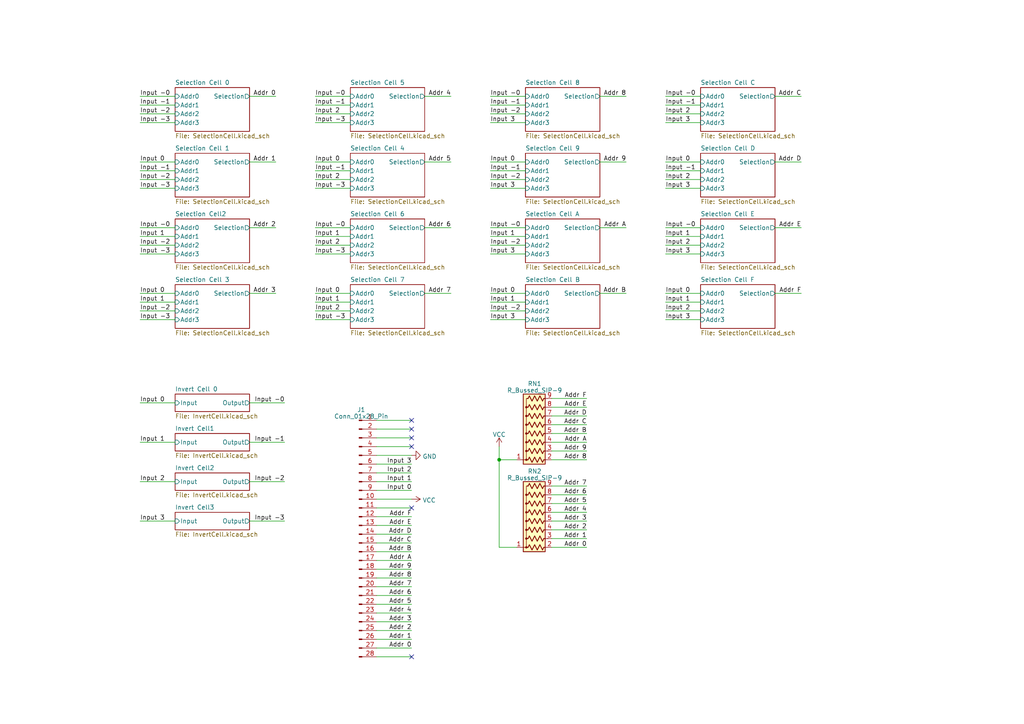
<source format=kicad_sch>
(kicad_sch (version 20230121) (generator eeschema)
  (paper "A4")
  (title_block (title "Diode Transistor Logic - 4 to 16 Address Decoder") (date "2023-03-08") (rev "1") (company "Out-of-Band Development") (comment 1 "Matthew Whited"))
  (lib_symbols
    (symbol "Connector:Conn_01x28_Pin" (pin_names (offset 1.016) hide)
      (property "Reference" "J" (at 0 35.56 0))
      (property "Value" "Conn_01x28_Pin" (at 0 -38.1 0))
      (symbol "Conn_01x28_Pin_1_1"
        (polyline (pts (xy 1.27 -35.56) (xy 0.8636 -35.56)) (stroke (width 0.1524)))
        (polyline (pts (xy 1.27 -33.02) (xy 0.8636 -33.02)) (stroke (width 0.1524)))
        (polyline (pts (xy 1.27 -30.48) (xy 0.8636 -30.48)) (stroke (width 0.1524)))
        (polyline (pts (xy 1.27 -27.94) (xy 0.8636 -27.94)) (stroke (width 0.1524)))
        (polyline (pts (xy 1.27 -25.4) (xy 0.8636 -25.4)) (stroke (width 0.1524)))
        (polyline (pts (xy 1.27 -22.86) (xy 0.8636 -22.86)) (stroke (width 0.1524)))
        (polyline (pts (xy 1.27 -20.32) (xy 0.8636 -20.32)) (stroke (width 0.1524)))
        (polyline (pts (xy 1.27 -17.78) (xy 0.8636 -17.78)) (stroke (width 0.1524)))
        (polyline (pts (xy 1.27 -15.24) (xy 0.8636 -15.24)) (stroke (width 0.1524)))
        (polyline (pts (xy 1.27 -12.7) (xy 0.8636 -12.7)) (stroke (width 0.1524)))
        (polyline (pts (xy 1.27 -10.16) (xy 0.8636 -10.16)) (stroke (width 0.1524)))
        (polyline (pts (xy 1.27 -7.62) (xy 0.8636 -7.62)) (stroke (width 0.1524)))
        (polyline (pts (xy 1.27 -5.08) (xy 0.8636 -5.08)) (stroke (width 0.1524)))
        (polyline (pts (xy 1.27 -2.54) (xy 0.8636 -2.54)) (stroke (width 0.1524)))
        (polyline (pts (xy 1.27 0) (xy 0.8636 0)) (stroke (width 0.1524)))
        (polyline (pts (xy 1.27 2.54) (xy 0.8636 2.54)) (stroke (width 0.1524)))
        (polyline (pts (xy 1.27 5.08) (xy 0.8636 5.08)) (stroke (width 0.1524)))
        (polyline (pts (xy 1.27 7.62) (xy 0.8636 7.62)) (stroke (width 0.1524)))
        (polyline (pts (xy 1.27 10.16) (xy 0.8636 10.16)) (stroke (width 0.1524)))
        (polyline (pts (xy 1.27 12.7) (xy 0.8636 12.7)) (stroke (width 0.1524)))
        (polyline (pts (xy 1.27 15.24) (xy 0.8636 15.24)) (stroke (width 0.1524)))
        (polyline (pts (xy 1.27 17.78) (xy 0.8636 17.78)) (stroke (width 0.1524)))
        (polyline (pts (xy 1.27 20.32) (xy 0.8636 20.32)) (stroke (width 0.1524)))
        (polyline (pts (xy 1.27 22.86) (xy 0.8636 22.86)) (stroke (width 0.1524)))
        (polyline (pts (xy 1.27 25.4) (xy 0.8636 25.4)) (stroke (width 0.1524)))
        (polyline (pts (xy 1.27 27.94) (xy 0.8636 27.94)) (stroke (width 0.1524)))
        (polyline (pts (xy 1.27 30.48) (xy 0.8636 30.48)) (stroke (width 0.1524)))
        (polyline (pts (xy 1.27 33.02) (xy 0.8636 33.02)) (stroke (width 0.1524)))
        (rectangle (start 0.8636 -35.433) (end 0 -35.687) (stroke (width 0.1524)) (fill (type outline)))
        (rectangle (start 0.8636 -32.893) (end 0 -33.147) (stroke (width 0.1524)) (fill (type outline)))
        (rectangle (start 0.8636 -30.353) (end 0 -30.607) (stroke (width 0.1524)) (fill (type outline)))
        (rectangle (start 0.8636 -27.813) (end 0 -28.067) (stroke (width 0.1524)) (fill (type outline)))
        (rectangle (start 0.8636 -25.273) (end 0 -25.527) (stroke (width 0.1524)) (fill (type outline)))
        (rectangle (start 0.8636 -22.733) (end 0 -22.987) (stroke (width 0.1524)) (fill (type outline)))
        (rectangle (start 0.8636 -20.193) (end 0 -20.447) (stroke (width 0.1524)) (fill (type outline)))
        (rectangle (start 0.8636 -17.653) (end 0 -17.907) (stroke (width 0.1524)) (fill (type outline)))
        (rectangle (start 0.8636 -15.113) (end 0 -15.367) (stroke (width 0.1524)) (fill (type outline)))
        (rectangle (start 0.8636 -12.573) (end 0 -12.827) (stroke (width 0.1524)) (fill (type outline)))
        (rectangle (start 0.8636 -10.033) (end 0 -10.287) (stroke (width 0.1524)) (fill (type outline)))
        (rectangle (start 0.8636 -7.493) (end 0 -7.747) (stroke (width 0.1524)) (fill (type outline)))
        (rectangle (start 0.8636 -4.953) (end 0 -5.207) (stroke (width 0.1524)) (fill (type outline)))
        (rectangle (start 0.8636 -2.413) (end 0 -2.667) (stroke (width 0.1524)) (fill (type outline)))
        (rectangle (start 0.8636 0.127) (end 0 -0.127) (stroke (width 0.1524)) (fill (type outline)))
        (rectangle (start 0.8636 2.667) (end 0 2.413) (stroke (width 0.1524)) (fill (type outline)))
        (rectangle (start 0.8636 5.207) (end 0 4.953) (stroke (width 0.1524)) (fill (type outline)))
        (rectangle (start 0.8636 7.747) (end 0 7.493) (stroke (width 0.1524)) (fill (type outline)))
        (rectangle (start 0.8636 10.287) (end 0 10.033) (stroke (width 0.1524)) (fill (type outline)))
        (rectangle (start 0.8636 12.827) (end 0 12.573) (stroke (width 0.1524)) (fill (type outline)))
        (rectangle (start 0.8636 15.367) (end 0 15.113) (stroke (width 0.1524)) (fill (type outline)))
        (rectangle (start 0.8636 17.907) (end 0 17.653) (stroke (width 0.1524)) (fill (type outline)))
        (rectangle (start 0.8636 20.447) (end 0 20.193) (stroke (width 0.1524)) (fill (type outline)))
        (rectangle (start 0.8636 22.987) (end 0 22.733) (stroke (width 0.1524)) (fill (type outline)))
        (rectangle (start 0.8636 25.527) (end 0 25.273) (stroke (width 0.1524)) (fill (type outline)))
        (rectangle (start 0.8636 28.067) (end 0 27.813) (stroke (width 0.1524)) (fill (type outline)))
        (rectangle (start 0.8636 30.607) (end 0 30.353) (stroke (width 0.1524)) (fill (type outline)))
        (rectangle (start 0.8636 33.147) (end 0 32.893) (stroke (width 0.1524)) (fill (type outline)))
        (pin passive line (at 5.08 33.02 180) (length 3.81) (name "Pin_1") (number "1"))
        (pin passive line (at 5.08 10.16 180) (length 3.81) (name "Pin_10") (number "10"))
        (pin passive line (at 5.08 7.62 180) (length 3.81) (name "Pin_11") (number "11"))
        (pin passive line (at 5.08 5.08 180) (length 3.81) (name "Pin_12") (number "12"))
        (pin passive line (at 5.08 2.54 180) (length 3.81) (name "Pin_13") (number "13"))
        (pin passive line (at 5.08 0 180) (length 3.81) (name "Pin_14") (number "14"))
        (pin passive line (at 5.08 -2.54 180) (length 3.81) (name "Pin_15") (number "15"))
        (pin passive line (at 5.08 -5.08 180) (length 3.81) (name "Pin_16") (number "16"))
        (pin passive line (at 5.08 -7.62 180) (length 3.81) (name "Pin_17") (number "17"))
        (pin passive line (at 5.08 -10.16 180) (length 3.81) (name "Pin_18") (number "18"))
        (pin passive line (at 5.08 -12.7 180) (length 3.81) (name "Pin_19") (number "19"))
        (pin passive line (at 5.08 30.48 180) (length 3.81) (name "Pin_2") (number "2"))
        (pin passive line (at 5.08 -15.24 180) (length 3.81) (name "Pin_20") (number "20"))
        (pin passive line (at 5.08 -17.78 180) (length 3.81) (name "Pin_21") (number "21"))
        (pin passive line (at 5.08 -20.32 180) (length 3.81) (name "Pin_22") (number "22"))
        (pin passive line (at 5.08 -22.86 180) (length 3.81) (name "Pin_23") (number "23"))
        (pin passive line (at 5.08 -25.4 180) (length 3.81) (name "Pin_24") (number "24"))
        (pin passive line (at 5.08 -27.94 180) (length 3.81) (name "Pin_25") (number "25"))
        (pin passive line (at 5.08 -30.48 180) (length 3.81) (name "Pin_26") (number "26"))
        (pin passive line (at 5.08 -33.02 180) (length 3.81) (name "Pin_27") (number "27"))
        (pin passive line (at 5.08 -35.56 180) (length 3.81) (name "Pin_28") (number "28"))
        (pin passive line (at 5.08 27.94 180) (length 3.81) (name "Pin_3") (number "3"))
        (pin passive line (at 5.08 25.4 180) (length 3.81) (name "Pin_4") (number "4"))
        (pin passive line (at 5.08 22.86 180) (length 3.81) (name "Pin_5") (number "5"))
        (pin passive line (at 5.08 20.32 180) (length 3.81) (name "Pin_6") (number "6"))
        (pin passive line (at 5.08 17.78 180) (length 3.81) (name "Pin_7") (number "7"))
        (pin passive line (at 5.08 15.24 180) (length 3.81) (name "Pin_8") (number "8"))
        (pin passive line (at 5.08 12.7 180) (length 3.81) (name "Pin_9") (number "9"))
      )
    )
    (symbol "PCM_Resistor_US_AKL:R_Bussed_SIP-9" (pin_names (offset 0.002) hide)
      (property "Reference" "RN" (at 10.16 1.27 0))
      (property "Value" "R_Bussed_SIP-9" (at 10.16 -1.27 0))
      (symbol "R_Bussed_SIP-9_0_1"
        (rectangle (start -11.43 -3.175) (end 8.89 3.175) (stroke (width 0.254)) (fill (type background)))
        (circle (center -10.16 2.286) (radius 0.254) (fill (type outline)))
        (circle (center -7.62 2.286) (radius 0.254) (fill (type outline)))
        (circle (center -5.08 2.286) (radius 0.254) (fill (type outline)))
        (circle (center -2.54 2.286) (radius 0.254) (fill (type outline)))
        (polyline (pts (xy -10.16 -2.794) (xy -10.16 -3.81)))
        (polyline (pts (xy -10.16 -2.794) (xy -10.16 -3.048)) (stroke (width 0.254)))
        (polyline (pts (xy -10.16 1.778) (xy -10.16 2.032)) (stroke (width 0.254)))
        (polyline (pts (xy -10.16 3.81) (xy -10.16 2.54)))
        (polyline (pts (xy -7.62 -2.794) (xy -7.62 -4.064)))
        (polyline (pts (xy -7.62 -2.794) (xy -7.62 -3.048)) (stroke (width 0.254)))
        (polyline (pts (xy -7.62 1.778) (xy -7.62 2.032)) (stroke (width 0.254)))
        (polyline (pts (xy -5.08 -2.794) (xy -5.08 -3.81)))
        (polyline (pts (xy -5.08 -2.794) (xy -5.08 -3.048)) (stroke (width 0.254)))
        (polyline (pts (xy -5.08 1.778) (xy -5.08 2.032)) (stroke (width 0.254)))
        (polyline (pts (xy -2.54 -2.794) (xy -2.54 -3.81)))
        (polyline (pts (xy -2.54 -2.794) (xy -2.54 -3.048)) (stroke (width 0.254)))
        (polyline (pts (xy -2.54 1.778) (xy -2.54 2.032)) (stroke (width 0.254)))
        (polyline (pts (xy 0 -2.794) (xy 0 -3.81)))
        (polyline (pts (xy 0 -2.794) (xy 0 -3.048)) (stroke (width 0.254)))
        (polyline (pts (xy 0 1.778) (xy 0 2.032)) (stroke (width 0.254)))
        (polyline (pts (xy 2.54 -2.794) (xy 2.54 -3.81)))
        (polyline (pts (xy 2.54 -2.794) (xy 2.54 -3.048)) (stroke (width 0.254)))
        (polyline (pts (xy 2.54 1.778) (xy 2.54 2.032)) (stroke (width 0.254)))
        (polyline (pts (xy 5.08 -2.794) (xy 5.08 -3.81)))
        (polyline (pts (xy 5.08 -2.794) (xy 5.08 -3.048)) (stroke (width 0.254)))
        (polyline (pts (xy 5.08 1.778) (xy 5.08 2.032)) (stroke (width 0.254)))
        (polyline (pts (xy 7.62 -2.794) (xy 7.62 -3.81)))
        (polyline (pts (xy 7.62 -2.794) (xy 7.62 -3.048)) (stroke (width 0.254)))
        (polyline (pts (xy 7.62 1.778) (xy 7.62 2.032)) (stroke (width 0.254)))
        (polyline (pts (xy -10.16 1.778) (xy -10.16 2.286) (xy -7.62 2.286) (xy -7.62 1.778)))
        (polyline (pts (xy -7.62 1.778) (xy -7.62 2.286) (xy -5.08 2.286) (xy -5.08 1.778)))
        (polyline (pts (xy -5.08 1.778) (xy -5.08 2.286) (xy -2.54 2.286) (xy -2.54 1.778)))
        (polyline (pts (xy -2.54 1.778) (xy -2.54 2.286) (xy 0 2.286) (xy 0 1.778)))
        (polyline (pts (xy 0 1.778) (xy 0 2.286) (xy 2.54 2.286) (xy 2.54 1.778)))
        (polyline (pts (xy 2.54 1.778) (xy 2.54 2.286) (xy 5.08 2.286) (xy 5.08 1.778)))
        (polyline (pts (xy 5.08 1.778) (xy 5.08 2.286) (xy 7.62 2.286) (xy 7.62 1.778)))
        (polyline (pts (xy -10.16 1.778) (xy -9.398 1.397) (xy -10.922 0.635) (xy -10.16 0.254) (xy -9.398 -0.127) (xy -10.16 -0.508) (xy -10.922 -0.889) (xy -10.16 -1.27) (xy -9.398 -1.651) (xy -10.16 -2.032) (xy -10.922 -2.413) (xy -10.16 -2.794)) (stroke (width 0.254)))
        (polyline (pts (xy -7.62 1.778) (xy -6.858 1.397) (xy -8.382 0.635) (xy -7.62 0.254) (xy -6.858 -0.127) (xy -7.62 -0.508) (xy -8.382 -0.889) (xy -7.62 -1.27) (xy -6.858 -1.651) (xy -7.62 -2.032) (xy -8.382 -2.413) (xy -7.62 -2.794)) (stroke (width 0.254)))
        (polyline (pts (xy -5.08 1.778) (xy -4.318 1.397) (xy -5.842 0.635) (xy -5.08 0.254) (xy -4.318 -0.127) (xy -5.08 -0.508) (xy -5.842 -0.889) (xy -5.08 -1.27) (xy -4.318 -1.651) (xy -5.08 -2.032) (xy -5.842 -2.413) (xy -5.08 -2.794)) (stroke (width 0.254)))
        (polyline (pts (xy -2.54 1.778) (xy -1.778 1.397) (xy -3.302 0.635) (xy -2.54 0.254) (xy -1.778 -0.127) (xy -2.54 -0.508) (xy -3.302 -0.889) (xy -2.54 -1.27) (xy -1.778 -1.651) (xy -2.54 -2.032) (xy -3.302 -2.413) (xy -2.54 -2.794)) (stroke (width 0.254)))
        (polyline (pts (xy 0 1.778) (xy 0.762 1.397) (xy -0.762 0.635) (xy 0 0.254) (xy 0.762 -0.127) (xy 0 -0.508) (xy -0.762 -0.889) (xy 0 -1.27) (xy 0.762 -1.651) (xy 0 -2.032) (xy -0.762 -2.413) (xy 0 -2.794)) (stroke (width 0.254)))
        (polyline (pts (xy 2.54 1.778) (xy 3.302 1.397) (xy 1.778 0.635) (xy 2.54 0.254) (xy 3.302 -0.127) (xy 2.54 -0.508) (xy 1.778 -0.889) (xy 2.54 -1.27) (xy 3.302 -1.651) (xy 2.54 -2.032) (xy 1.778 -2.413) (xy 2.54 -2.794)) (stroke (width 0.254)))
        (polyline (pts (xy 5.08 1.778) (xy 5.842 1.397) (xy 4.318 0.635) (xy 5.08 0.254) (xy 5.842 -0.127) (xy 5.08 -0.508) (xy 4.318 -0.889) (xy 5.08 -1.27) (xy 5.842 -1.651) (xy 5.08 -2.032) (xy 4.318 -2.413) (xy 5.08 -2.794)) (stroke (width 0.254)))
        (polyline (pts (xy 7.62 1.778) (xy 8.382 1.397) (xy 6.858 0.635) (xy 7.62 0.254) (xy 8.382 -0.127) (xy 7.62 -0.508) (xy 6.858 -0.889) (xy 7.62 -1.27) (xy 8.382 -1.651) (xy 7.62 -2.032) (xy 6.858 -2.413) (xy 7.62 -2.794)) (stroke (width 0.254)))
        (circle (center 0 2.286) (radius 0.254) (fill (type outline)))
        (circle (center 2.54 2.286) (radius 0.254) (fill (type outline)))
        (circle (center 5.08 2.286) (radius 0.254) (fill (type outline)))
      )
      (symbol "R_Bussed_SIP-9_1_1"
        (pin passive line (at -10.16 5.08 270) (length 1.27) (name "common") (number "1"))
        (pin passive line (at -10.16 -5.08 90) (length 1.27) (name "R1") (number "2"))
        (pin passive line (at -7.62 -5.08 90) (length 1.27) (name "R2") (number "3"))
        (pin passive line (at -5.08 -5.08 90) (length 1.27) (name "R3") (number "4"))
        (pin passive line (at -2.54 -5.08 90) (length 1.27) (name "R4") (number "5"))
        (pin passive line (at 0 -5.08 90) (length 1.27) (name "R5") (number "6"))
        (pin passive line (at 2.54 -5.08 90) (length 1.27) (name "R6") (number "7"))
        (pin passive line (at 5.08 -5.08 90) (length 1.27) (name "R7") (number "8"))
        (pin passive line (at 7.62 -5.08 90) (length 1.27) (name "R8") (number "9"))
      )
    )
    (symbol "power:GND" (power) (pin_names (offset 0))
      (property "Value" "GND" (at 0 -3.81 0))
      (symbol "GND_0_1"
        (polyline (pts (xy 0 0) (xy 0 -1.27) (xy 1.27 -1.27) (xy 0 -2.54) (xy -1.27 -1.27) (xy 0 -1.27)))
      )
      (symbol "GND_1_1"
        (pin power_in line (at 0 0 270) (length 0) hide (name "GND") (number "1"))
      )
    )
    (symbol "power:VCC" (power) (pin_names (offset 0))
      (property "Value" "VCC" (at 0 3.81 0))
      (symbol "VCC_0_1"
        (polyline (pts (xy -0.762 1.27) (xy 0 2.54)))
        (polyline (pts (xy 0 0) (xy 0 2.54)))
        (polyline (pts (xy 0 2.54) (xy 0.762 1.27)))
      )
      (symbol "VCC_1_1"
        (pin power_in line (at 0 0 90) (length 0) hide (name "VCC") (number "1"))
      )
    )
  )
  (junction (at 144.78 133.35))
  (no_connect (at 119.38 147.32))
  (no_connect (at 119.38 121.92))
  (no_connect (at 119.38 190.5))
  (no_connect (at 119.38 124.46))
  (no_connect (at 119.38 127))
  (no_connect (at 119.38 129.54))
  (wire (pts (xy 109.22 165.1) (xy 119.38 165.1)))
  (wire (pts (xy 193.04 54.61) (xy 203.2 54.61)))
  (wire (pts (xy 119.38 139.7) (xy 109.22 139.7)))
  (wire (pts (xy 142.24 68.58) (xy 152.4 68.58)))
  (wire (pts (xy 142.24 35.56) (xy 152.4 35.56)))
  (wire (pts (xy 160.02 123.19) (xy 170.18 123.19)))
  (wire (pts (xy 149.86 158.75) (xy 144.78 158.75)))
  (wire (pts (xy 109.22 167.64) (xy 119.38 167.64)))
  (wire (pts (xy 109.22 180.34) (xy 119.38 180.34)))
  (wire (pts (xy 193.04 85.09) (xy 203.2 85.09)))
  (wire (pts (xy 160.02 115.57) (xy 170.18 115.57)))
  (wire (pts (xy 193.04 49.53) (xy 203.2 49.53)))
  (wire (pts (xy 109.22 177.8) (xy 119.38 177.8)))
  (wire (pts (xy 123.19 66.04) (xy 130.81 66.04)))
  (wire (pts (xy 142.24 85.09) (xy 152.4 85.09)))
  (wire (pts (xy 193.04 66.04) (xy 203.2 66.04)))
  (wire (pts (xy 193.04 30.48) (xy 203.2 30.48)))
  (wire (pts (xy 91.44 85.09) (xy 101.6 85.09)))
  (wire (pts (xy 224.79 66.04) (xy 232.41 66.04)))
  (wire (pts (xy 40.64 54.61) (xy 50.8 54.61)))
  (wire (pts (xy 160.02 118.11) (xy 170.18 118.11)))
  (wire (pts (xy 193.04 68.58) (xy 203.2 68.58)))
  (wire (pts (xy 40.64 33.02) (xy 50.8 33.02)))
  (wire (pts (xy 72.39 139.7) (xy 82.55 139.7)))
  (wire (pts (xy 224.79 46.99) (xy 232.41 46.99)))
  (wire (pts (xy 40.64 71.12) (xy 50.8 71.12)))
  (wire (pts (xy 91.44 68.58) (xy 101.6 68.58)))
  (wire (pts (xy 109.22 152.4) (xy 119.38 152.4)))
  (wire (pts (xy 109.22 172.72) (xy 119.38 172.72)))
  (wire (pts (xy 142.24 90.17) (xy 152.4 90.17)))
  (wire (pts (xy 91.44 30.48) (xy 101.6 30.48)))
  (wire (pts (xy 160.02 130.81) (xy 170.18 130.81)))
  (wire (pts (xy 160.02 125.73) (xy 170.18 125.73)))
  (wire (pts (xy 40.64 66.04) (xy 50.8 66.04)))
  (wire (pts (xy 91.44 71.12) (xy 101.6 71.12)))
  (wire (pts (xy 109.22 154.94) (xy 119.38 154.94)))
  (wire (pts (xy 160.02 148.59) (xy 170.18 148.59)))
  (wire (pts (xy 142.24 46.99) (xy 152.4 46.99)))
  (wire (pts (xy 193.04 71.12) (xy 203.2 71.12)))
  (wire (pts (xy 144.78 133.35) (xy 144.78 129.54)))
  (wire (pts (xy 160.02 156.21) (xy 170.18 156.21)))
  (wire (pts (xy 193.04 46.99) (xy 203.2 46.99)))
  (wire (pts (xy 109.22 157.48) (xy 119.38 157.48)))
  (wire (pts (xy 109.22 175.26) (xy 119.38 175.26)))
  (wire (pts (xy 160.02 128.27) (xy 170.18 128.27)))
  (wire (pts (xy 173.99 27.94) (xy 181.61 27.94)))
  (wire (pts (xy 142.24 92.71) (xy 152.4 92.71)))
  (wire (pts (xy 40.64 90.17) (xy 50.8 90.17)))
  (wire (pts (xy 173.99 85.09) (xy 181.61 85.09)))
  (wire (pts (xy 91.44 35.56) (xy 101.6 35.56)))
  (wire (pts (xy 109.22 127) (xy 119.38 127)))
  (wire (pts (xy 91.44 27.94) (xy 101.6 27.94)))
  (wire (pts (xy 160.02 151.13) (xy 170.18 151.13)))
  (wire (pts (xy 144.78 158.75) (xy 144.78 133.35)))
  (wire (pts (xy 109.22 144.78) (xy 119.38 144.78)))
  (wire (pts (xy 109.22 121.92) (xy 119.38 121.92)))
  (wire (pts (xy 142.24 73.66) (xy 152.4 73.66)))
  (wire (pts (xy 40.64 87.63) (xy 50.8 87.63)))
  (wire (pts (xy 109.22 190.5) (xy 119.38 190.5)))
  (wire (pts (xy 109.22 170.18) (xy 119.38 170.18)))
  (wire (pts (xy 109.22 185.42) (xy 119.38 185.42)))
  (wire (pts (xy 91.44 52.07) (xy 101.6 52.07)))
  (wire (pts (xy 160.02 146.05) (xy 170.18 146.05)))
  (wire (pts (xy 40.64 27.94) (xy 50.8 27.94)))
  (wire (pts (xy 173.99 66.04) (xy 181.61 66.04)))
  (wire (pts (xy 72.39 46.99) (xy 80.01 46.99)))
  (wire (pts (xy 91.44 73.66) (xy 101.6 73.66)))
  (wire (pts (xy 119.38 137.16) (xy 109.22 137.16)))
  (wire (pts (xy 72.39 151.13) (xy 82.55 151.13)))
  (wire (pts (xy 40.64 116.84) (xy 50.8 116.84)))
  (wire (pts (xy 142.24 71.12) (xy 152.4 71.12)))
  (wire (pts (xy 193.04 27.94) (xy 203.2 27.94)))
  (wire (pts (xy 91.44 87.63) (xy 101.6 87.63)))
  (wire (pts (xy 91.44 90.17) (xy 101.6 90.17)))
  (wire (pts (xy 160.02 120.65) (xy 170.18 120.65)))
  (wire (pts (xy 160.02 158.75) (xy 170.18 158.75)))
  (wire (pts (xy 72.39 116.84) (xy 82.55 116.84)))
  (wire (pts (xy 40.64 92.71) (xy 50.8 92.71)))
  (wire (pts (xy 40.64 52.07) (xy 50.8 52.07)))
  (wire (pts (xy 149.86 133.35) (xy 144.78 133.35)))
  (wire (pts (xy 142.24 66.04) (xy 152.4 66.04)))
  (wire (pts (xy 142.24 52.07) (xy 152.4 52.07)))
  (wire (pts (xy 193.04 73.66) (xy 203.2 73.66)))
  (wire (pts (xy 40.64 85.09) (xy 50.8 85.09)))
  (wire (pts (xy 91.44 46.99) (xy 101.6 46.99)))
  (wire (pts (xy 193.04 33.02) (xy 203.2 33.02)))
  (wire (pts (xy 40.64 46.99) (xy 50.8 46.99)))
  (wire (pts (xy 160.02 143.51) (xy 170.18 143.51)))
  (wire (pts (xy 91.44 92.71) (xy 101.6 92.71)))
  (wire (pts (xy 40.64 49.53) (xy 50.8 49.53)))
  (wire (pts (xy 224.79 27.94) (xy 232.41 27.94)))
  (wire (pts (xy 123.19 85.09) (xy 130.81 85.09)))
  (wire (pts (xy 109.22 160.02) (xy 119.38 160.02)))
  (wire (pts (xy 109.22 129.54) (xy 119.38 129.54)))
  (wire (pts (xy 224.79 85.09) (xy 232.41 85.09)))
  (wire (pts (xy 40.64 35.56) (xy 50.8 35.56)))
  (wire (pts (xy 72.39 27.94) (xy 80.01 27.94)))
  (wire (pts (xy 40.64 139.7) (xy 50.8 139.7)))
  (wire (pts (xy 193.04 35.56) (xy 203.2 35.56)))
  (wire (pts (xy 109.22 132.08) (xy 119.38 132.08)))
  (wire (pts (xy 40.64 68.58) (xy 50.8 68.58)))
  (wire (pts (xy 40.64 128.27) (xy 50.8 128.27)))
  (wire (pts (xy 193.04 87.63) (xy 203.2 87.63)))
  (wire (pts (xy 193.04 90.17) (xy 203.2 90.17)))
  (wire (pts (xy 40.64 30.48) (xy 50.8 30.48)))
  (wire (pts (xy 193.04 52.07) (xy 203.2 52.07)))
  (wire (pts (xy 109.22 187.96) (xy 119.38 187.96)))
  (wire (pts (xy 119.38 142.24) (xy 109.22 142.24)))
  (wire (pts (xy 160.02 140.97) (xy 170.18 140.97)))
  (wire (pts (xy 109.22 149.86) (xy 119.38 149.86)))
  (wire (pts (xy 142.24 27.94) (xy 152.4 27.94)))
  (wire (pts (xy 109.22 147.32) (xy 119.38 147.32)))
  (wire (pts (xy 142.24 30.48) (xy 152.4 30.48)))
  (wire (pts (xy 160.02 133.35) (xy 170.18 133.35)))
  (wire (pts (xy 91.44 66.04) (xy 101.6 66.04)))
  (wire (pts (xy 72.39 66.04) (xy 80.01 66.04)))
  (wire (pts (xy 173.99 46.99) (xy 181.61 46.99)))
  (wire (pts (xy 72.39 128.27) (xy 82.55 128.27)))
  (wire (pts (xy 142.24 87.63) (xy 152.4 87.63)))
  (wire (pts (xy 142.24 49.53) (xy 152.4 49.53)))
  (wire (pts (xy 91.44 54.61) (xy 101.6 54.61)))
  (wire (pts (xy 119.38 134.62) (xy 109.22 134.62)))
  (wire (pts (xy 142.24 54.61) (xy 152.4 54.61)))
  (wire (pts (xy 109.22 182.88) (xy 119.38 182.88)))
  (wire (pts (xy 123.19 27.94) (xy 130.81 27.94)))
  (wire (pts (xy 72.39 85.09) (xy 80.01 85.09)))
  (wire (pts (xy 40.64 151.13) (xy 50.8 151.13)))
  (wire (pts (xy 160.02 153.67) (xy 170.18 153.67)))
  (wire (pts (xy 91.44 33.02) (xy 101.6 33.02)))
  (wire (pts (xy 91.44 49.53) (xy 101.6 49.53)))
  (wire (pts (xy 142.24 33.02) (xy 152.4 33.02)))
  (wire (pts (xy 123.19 46.99) (xy 130.81 46.99)))
  (wire (pts (xy 193.04 92.71) (xy 203.2 92.71)))
  (wire (pts (xy 109.22 162.56) (xy 119.38 162.56)))
  (wire (pts (xy 109.22 124.46) (xy 119.38 124.46)))
  (wire (pts (xy 40.64 73.66) (xy 50.8 73.66)))
  (label "Input -2" (at 142.24 52.07 0))
  (label "Addr 2" (at 170.18 153.67 180))
  (label "Input -0" (at 82.55 116.84 180))
  (label "Input -2" (at 40.64 71.12 0))
  (label "Input 1" (at 40.64 87.63 0))
  (label "Input 2" (at 193.04 90.17 0))
  (label "Input 1" (at 119.38 139.7 180))
  (label "Input -0" (at 142.24 27.94 0))
  (label "Input 2" (at 40.64 139.7 0))
  (label "Input 0" (at 91.44 46.99 0))
  (label "Input 1" (at 142.24 87.63 0))
  (label "Input 1" (at 193.04 68.58 0))
  (label "Input 0" (at 142.24 85.09 0))
  (label "Input 1" (at 91.44 87.63 0))
  (label "Input 1" (at 142.24 68.58 0))
  (label "Input 2" (at 91.44 52.07 0))
  (label "Input 3" (at 40.64 151.13 0))
  (label "Addr 0" (at 119.38 187.96 180))
  (label "Addr 7" (at 119.38 170.18 180))
  (label "Input -3" (at 40.64 35.56 0))
  (label "Addr 3" (at 119.38 180.34 180))
  (label "Addr F" (at 232.41 85.09 180))
  (label "Input 0" (at 40.64 46.99 0))
  (label "Input -0" (at 40.64 27.94 0))
  (label "Addr D" (at 232.41 46.99 180))
  (label "Input 1" (at 40.64 68.58 0))
  (label "Input 2" (at 193.04 33.02 0))
  (label "Input -0" (at 40.64 66.04 0))
  (label "Addr 9" (at 119.38 165.1 180))
  (label "Input -1" (at 142.24 30.48 0))
  (label "Input -2" (at 40.64 52.07 0))
  (label "Input -0" (at 193.04 66.04 0))
  (label "Input -1" (at 40.64 30.48 0))
  (label "Input 2" (at 91.44 71.12 0))
  (label "Addr 4" (at 130.81 27.94 180))
  (label "Addr 0" (at 80.01 27.94 180))
  (label "Input -3" (at 91.44 54.61 0))
  (label "Addr B" (at 170.18 125.73 180))
  (label "Input -3" (at 91.44 92.71 0))
  (label "Addr C" (at 119.38 157.48 180))
  (label "Addr 3" (at 80.01 85.09 180))
  (label "Addr E" (at 232.41 66.04 180))
  (label "Addr 5" (at 119.38 175.26 180))
  (label "Input -3" (at 91.44 35.56 0))
  (label "Input 1" (at 193.04 87.63 0))
  (label "Addr 1" (at 119.38 185.42 180))
  (label "Addr F" (at 119.38 149.86 180))
  (label "Input 0" (at 193.04 85.09 0))
  (label "Input -2" (at 142.24 90.17 0))
  (label "Addr C" (at 232.41 27.94 180))
  (label "Addr F" (at 170.18 115.57 180))
  (label "Input -3" (at 91.44 73.66 0))
  (label "Input -2" (at 142.24 71.12 0))
  (label "Addr 3" (at 170.18 151.13 180))
  (label "Addr 1" (at 80.01 46.99 180))
  (label "Input 0" (at 40.64 116.84 0))
  (label "Input -3" (at 40.64 54.61 0))
  (label "Addr 8" (at 170.18 133.35 180))
  (label "Addr 2" (at 80.01 66.04 180))
  (label "Input 2" (at 91.44 90.17 0))
  (label "Addr E" (at 119.38 152.4 180))
  (label "Addr 5" (at 170.18 146.05 180))
  (label "Input 3" (at 193.04 54.61 0))
  (label "Addr E" (at 170.18 118.11 180))
  (label "Addr D" (at 170.18 120.65 180))
  (label "Input -3" (at 40.64 92.71 0))
  (label "Addr 4" (at 170.18 148.59 180))
  (label "Input 3" (at 119.38 134.62 180))
  (label "Input 1" (at 40.64 128.27 0))
  (label "Addr 6" (at 119.38 172.72 180))
  (label "Input 3" (at 193.04 35.56 0))
  (label "Input -1" (at 82.55 128.27 180))
  (label "Addr A" (at 170.18 128.27 180))
  (label "Addr 5" (at 130.81 46.99 180))
  (label "Input 3" (at 142.24 73.66 0))
  (label "Addr 6" (at 170.18 143.51 180))
  (label "Input 3" (at 193.04 73.66 0))
  (label "Addr A" (at 181.61 66.04 180))
  (label "Addr 8" (at 119.38 167.64 180))
  (label "Input 3" (at 142.24 35.56 0))
  (label "Addr A" (at 119.38 162.56 180))
  (label "Input -3" (at 82.55 151.13 180))
  (label "Addr 1" (at 170.18 156.21 180))
  (label "Addr 6" (at 130.81 66.04 180))
  (label "Input 0" (at 40.64 85.09 0))
  (label "Input 3" (at 193.04 92.71 0))
  (label "Addr B" (at 119.38 160.02 180))
  (label "Input -0" (at 91.44 27.94 0))
  (label "Input -2" (at 40.64 33.02 0))
  (label "Addr 7" (at 170.18 140.97 180))
  (label "Input -0" (at 193.04 27.94 0))
  (label "Input 2" (at 193.04 71.12 0))
  (label "Addr B" (at 181.61 85.09 180))
  (label "Addr 2" (at 119.38 182.88 180))
  (label "Addr 0" (at 170.18 158.75 180))
  (label "Input -1" (at 193.04 30.48 0))
  (label "Input -2" (at 142.24 33.02 0))
  (label "Input 2" (at 91.44 33.02 0))
  (label "Input -1" (at 91.44 30.48 0))
  (label "Input -0" (at 142.24 66.04 0))
  (label "Addr 4" (at 119.38 177.8 180))
  (label "Input 1" (at 91.44 68.58 0))
  (label "Input -3" (at 40.64 73.66 0))
  (label "Input -1" (at 193.04 49.53 0))
  (label "Input -1" (at 142.24 49.53 0))
  (label "Input -2" (at 40.64 90.17 0))
  (label "Addr 7" (at 130.81 85.09 180))
  (label "Input -1" (at 40.64 49.53 0))
  (label "Input -2" (at 82.55 139.7 180))
  (label "Input 3" (at 142.24 54.61 0))
  (label "Input 2" (at 193.04 52.07 0))
  (label "Input 3" (at 142.24 92.71 0))
  (label "Addr 9" (at 170.18 130.81 180))
  (label "Addr 9" (at 181.61 46.99 180))
  (label "Input 0" (at 193.04 46.99 0))
  (label "Addr D" (at 119.38 154.94 180))
  (label "Addr C" (at 170.18 123.19 180))
  (label "Input 0" (at 119.38 142.24 180))
  (label "Input 0" (at 91.44 85.09 0))
  (label "Input 0" (at 142.24 46.99 0))
  (label "Input 2" (at 119.38 137.16 180))
  (label "Addr 8" (at 181.61 27.94 180))
  (label "Input -1" (at 91.44 49.53 0))
  (label "Input -0" (at 91.44 66.04 0))
  (symbol (lib_id "PCM_Resistor_US_AKL:R_Bussed_SIP-9") (at 154.94 123.19 90) (unit 1)
    (property "Reference" "RN1" (at 155.067 111.2901 90))
    (property "Value" "R_Bussed_SIP-9" (at 155.067 113.2111 90))
    (property "Footprint" "Resistor_THT_US_AKL:R_Array_SIP9_BigPads" (effects hide))
  )
  (symbol (lib_id "power:VCC") (at 144.78 129.54 0) (unit 1)
    (property "Reference" "#PWR011" (effects hide))
    (property "Value" "VCC" (at 144.78 126.0381 0))
  )
  (symbol (lib_id "power:VCC") (at 119.38 144.78 270) (unit 1)
    (property "Reference" "#PWR09" (effects hide))
    (property "Value" "VCC" (at 122.555 145.0968 90) (effects (justify left)))
  )
  (symbol (lib_id "PCM_Resistor_US_AKL:R_Bussed_SIP-9") (at 154.94 148.59 90) (unit 1)
    (property "Reference" "RN2" (at 155.067 136.6901 90))
    (property "Value" "R_Bussed_SIP-9" (at 155.067 138.6111 90))
    (property "Footprint" "Resistor_THT_US_AKL:R_Array_SIP9_BigPads" (effects hide))
  )
  (symbol (lib_id "power:GND") (at 119.38 132.08 90) (unit 1)
    (property "Reference" "#PWR010" (effects hide))
    (property "Value" "GND" (at 122.555 132.3968 90) (effects (justify right)))
  )
  (symbol (lib_id "Connector:Conn_01x28_Pin") (at 104.14 154.94 0) (unit 1)
    (property "Reference" "J1" (at 104.775 118.8339 0))
    (property "Value" "Conn_01x28_Pin" (at 104.775 120.7549 0))
  )
  (sheet (at 50.8 114.3) (size 21.59 5.08) (stroke (width 0.1524))
    (property "Sheetname" "Invert Cell 0" (at 50.8 113.5884 0) (effects (justify left bottom)))
    (property "Sheetfile" "InvertCell.kicad_sch" (at 50.8 119.9646 0) (effects (justify left top)))
    (pin "Output" output (at 72.39 116.84 0))
    (pin "Input" input (at 50.8 116.84 180))
  )
  (sheet (at 152.4 82.55) (size 21.59 12.7) (stroke (width 0.1524))
    (property "Sheetname" "Selection Cell B" (at 152.4 81.8384 0) (effects (justify left bottom)))
    (property "Sheetfile" "SelectionCell.kicad_sch" (at 152.4 95.8346 0) (effects (justify left top)))
    (pin "Selection" output (at 173.99 85.09 0))
    (pin "Addr0" input (at 152.4 85.09 180))
    (pin "Addr1" input (at 152.4 87.63 180))
    (pin "Addr2" input (at 152.4 90.17 180))
    (pin "Addr3" input (at 152.4 92.71 180))
  )
  (sheet (at 50.8 63.5) (size 21.59 12.7) (stroke (width 0.1524))
    (property "Sheetname" "Selection Cell2" (at 50.8 62.7884 0) (effects (justify left bottom)))
    (property "Sheetfile" "SelectionCell.kicad_sch" (at 50.8 76.7846 0) (effects (justify left top)))
    (pin "Selection" output (at 72.39 66.04 0))
    (pin "Addr0" input (at 50.8 66.04 180))
    (pin "Addr1" input (at 50.8 68.58 180))
    (pin "Addr2" input (at 50.8 71.12 180))
    (pin "Addr3" input (at 50.8 73.66 180))
  )
  (sheet (at 101.6 82.55) (size 21.59 12.7) (stroke (width 0.1524))
    (property "Sheetname" "Selection Cell 7" (at 101.6 81.8384 0) (effects (justify left bottom)))
    (property "Sheetfile" "SelectionCell.kicad_sch" (at 101.6 95.8346 0) (effects (justify left top)))
    (pin "Selection" output (at 123.19 85.09 0))
    (pin "Addr0" input (at 101.6 85.09 180))
    (pin "Addr1" input (at 101.6 87.63 180))
    (pin "Addr2" input (at 101.6 90.17 180))
    (pin "Addr3" input (at 101.6 92.71 180))
  )
  (sheet (at 50.8 82.55) (size 21.59 12.7) (stroke (width 0.1524))
    (property "Sheetname" "Selection Cell 3" (at 50.8 81.8384 0) (effects (justify left bottom)))
    (property "Sheetfile" "SelectionCell.kicad_sch" (at 50.8 95.8346 0) (effects (justify left top)))
    (pin "Selection" output (at 72.39 85.09 0))
    (pin "Addr0" input (at 50.8 85.09 180))
    (pin "Addr1" input (at 50.8 87.63 180))
    (pin "Addr2" input (at 50.8 90.17 180))
    (pin "Addr3" input (at 50.8 92.71 180))
  )
  (sheet (at 50.8 44.45) (size 21.59 12.7) (stroke (width 0.1524))
    (property "Sheetname" "Selection Cell 1" (at 50.8 43.7384 0) (effects (justify left bottom)))
    (property "Sheetfile" "SelectionCell.kicad_sch" (at 50.8 57.7346 0) (effects (justify left top)))
    (pin "Selection" output (at 72.39 46.99 0))
    (pin "Addr0" input (at 50.8 46.99 180))
    (pin "Addr1" input (at 50.8 49.53 180))
    (pin "Addr2" input (at 50.8 52.07 180))
    (pin "Addr3" input (at 50.8 54.61 180))
  )
  (sheet (at 152.4 63.5) (size 21.59 12.7) (stroke (width 0.1524))
    (property "Sheetname" "Selection Cell A" (at 152.4 62.7884 0) (effects (justify left bottom)))
    (property "Sheetfile" "SelectionCell.kicad_sch" (at 152.4 76.7846 0) (effects (justify left top)))
    (pin "Selection" output (at 173.99 66.04 0))
    (pin "Addr0" input (at 152.4 66.04 180))
    (pin "Addr1" input (at 152.4 68.58 180))
    (pin "Addr2" input (at 152.4 71.12 180))
    (pin "Addr3" input (at 152.4 73.66 180))
  )
  (sheet (at 152.4 44.45) (size 21.59 12.7) (stroke (width 0.1524))
    (property "Sheetname" "Selection Cell 9" (at 152.4 43.7384 0) (effects (justify left bottom)))
    (property "Sheetfile" "SelectionCell.kicad_sch" (at 152.4 57.7346 0) (effects (justify left top)))
    (pin "Selection" output (at 173.99 46.99 0))
    (pin "Addr0" input (at 152.4 46.99 180))
    (pin "Addr1" input (at 152.4 49.53 180))
    (pin "Addr2" input (at 152.4 52.07 180))
    (pin "Addr3" input (at 152.4 54.61 180))
  )
  (sheet (at 101.6 44.45) (size 21.59 12.7) (stroke (width 0.1524))
    (property "Sheetname" "Selection Cell 4" (at 101.6 43.7384 0) (effects (justify left bottom)))
    (property "Sheetfile" "SelectionCell.kicad_sch" (at 101.6 57.7346 0) (effects (justify left top)))
    (pin "Selection" output (at 123.19 46.99 0))
    (pin "Addr0" input (at 101.6 46.99 180))
    (pin "Addr1" input (at 101.6 49.53 180))
    (pin "Addr2" input (at 101.6 52.07 180))
    (pin "Addr3" input (at 101.6 54.61 180))
  )
  (sheet (at 203.2 25.4) (size 21.59 12.7) (stroke (width 0.1524))
    (property "Sheetname" "Selection Cell C" (at 203.2 24.6884 0) (effects (justify left bottom)))
    (property "Sheetfile" "SelectionCell.kicad_sch" (at 203.2 38.6846 0) (effects (justify left top)))
    (pin "Selection" output (at 224.79 27.94 0))
    (pin "Addr0" input (at 203.2 27.94 180))
    (pin "Addr1" input (at 203.2 30.48 180))
    (pin "Addr2" input (at 203.2 33.02 180))
    (pin "Addr3" input (at 203.2 35.56 180))
  )
  (sheet (at 50.8 137.16) (size 21.59 5.08) (stroke (width 0.1524))
    (property "Sheetname" "Invert Cell2" (at 50.8 136.4484 0) (effects (justify left bottom)))
    (property "Sheetfile" "InvertCell.kicad_sch" (at 50.8 142.8246 0) (effects (justify left top)))
    (pin "Output" output (at 72.39 139.7 0))
    (pin "Input" input (at 50.8 139.7 180))
  )
  (sheet (at 203.2 44.45) (size 21.59 12.7) (stroke (width 0.1524))
    (property "Sheetname" "Selection Cell D" (at 203.2 43.7384 0) (effects (justify left bottom)))
    (property "Sheetfile" "SelectionCell.kicad_sch" (at 203.2 57.7346 0) (effects (justify left top)))
    (pin "Selection" output (at 224.79 46.99 0))
    (pin "Addr0" input (at 203.2 46.99 180))
    (pin "Addr1" input (at 203.2 49.53 180))
    (pin "Addr2" input (at 203.2 52.07 180))
    (pin "Addr3" input (at 203.2 54.61 180))
  )
  (sheet (at 50.8 25.4) (size 21.59 12.7) (stroke (width 0.1524))
    (property "Sheetname" "Selection Cell 0" (at 50.8 24.6884 0) (effects (justify left bottom)))
    (property "Sheetfile" "SelectionCell.kicad_sch" (at 50.8 38.6846 0) (effects (justify left top)))
    (pin "Selection" output (at 72.39 27.94 0))
    (pin "Addr0" input (at 50.8 27.94 180))
    (pin "Addr1" input (at 50.8 30.48 180))
    (pin "Addr2" input (at 50.8 33.02 180))
    (pin "Addr3" input (at 50.8 35.56 180))
  )
  (sheet (at 50.8 148.59) (size 21.59 5.08) (stroke (width 0.1524))
    (property "Sheetname" "Invert Cell3" (at 50.8 147.8784 0) (effects (justify left bottom)))
    (property "Sheetfile" "InvertCell.kicad_sch" (at 50.8 154.2546 0) (effects (justify left top)))
    (pin "Output" output (at 72.39 151.13 0))
    (pin "Input" input (at 50.8 151.13 180))
  )
  (sheet (at 50.8 125.73) (size 21.59 5.08) (stroke (width 0.1524))
    (property "Sheetname" "Invert Cell1" (at 50.8 125.0184 0) (effects (justify left bottom)))
    (property "Sheetfile" "InvertCell.kicad_sch" (at 50.8 131.3946 0) (effects (justify left top)))
    (pin "Output" output (at 72.39 128.27 0))
    (pin "Input" input (at 50.8 128.27 180))
  )
  (sheet (at 203.2 63.5) (size 21.59 12.7) (stroke (width 0.1524))
    (property "Sheetname" "Selection Cell E" (at 203.2 62.7884 0) (effects (justify left bottom)))
    (property "Sheetfile" "SelectionCell.kicad_sch" (at 203.2 76.7846 0) (effects (justify left top)))
    (pin "Selection" output (at 224.79 66.04 0))
    (pin "Addr0" input (at 203.2 66.04 180))
    (pin "Addr1" input (at 203.2 68.58 180))
    (pin "Addr2" input (at 203.2 71.12 180))
    (pin "Addr3" input (at 203.2 73.66 180))
  )
  (sheet (at 101.6 63.5) (size 21.59 12.7) (stroke (width 0.1524))
    (property "Sheetname" "Selection Cell 6" (at 101.6 62.7884 0) (effects (justify left bottom)))
    (property "Sheetfile" "SelectionCell.kicad_sch" (at 101.6 76.7846 0) (effects (justify left top)))
    (pin "Selection" output (at 123.19 66.04 0))
    (pin "Addr0" input (at 101.6 66.04 180))
    (pin "Addr1" input (at 101.6 68.58 180))
    (pin "Addr2" input (at 101.6 71.12 180))
    (pin "Addr3" input (at 101.6 73.66 180))
  )
  (sheet (at 101.6 25.4) (size 21.59 12.7) (stroke (width 0.1524))
    (property "Sheetname" "Selection Cell 5" (at 101.6 24.6884 0) (effects (justify left bottom)))
    (property "Sheetfile" "SelectionCell.kicad_sch" (at 101.6 38.6846 0) (effects (justify left top)))
    (pin "Selection" output (at 123.19 27.94 0))
    (pin "Addr0" input (at 101.6 27.94 180))
    (pin "Addr1" input (at 101.6 30.48 180))
    (pin "Addr2" input (at 101.6 33.02 180))
    (pin "Addr3" input (at 101.6 35.56 180))
  )
  (sheet (at 152.4 25.4) (size 21.59 12.7) (stroke (width 0.1524))
    (property "Sheetname" "Selection Cell 8" (at 152.4 24.6884 0) (effects (justify left bottom)))
    (property "Sheetfile" "SelectionCell.kicad_sch" (at 152.4 38.6846 0) (effects (justify left top)))
    (pin "Selection" output (at 173.99 27.94 0))
    (pin "Addr0" input (at 152.4 27.94 180))
    (pin "Addr1" input (at 152.4 30.48 180))
    (pin "Addr2" input (at 152.4 33.02 180))
    (pin "Addr3" input (at 152.4 35.56 180))
  )
  (sheet (at 203.2 82.55) (size 21.59 12.7) (stroke (width 0.1524))
    (property "Sheetname" "Selection Cell F" (at 203.2 81.8384 0) (effects (justify left bottom)))
    (property "Sheetfile" "SelectionCell.kicad_sch" (at 203.2 95.8346 0) (effects (justify left top)))
    (pin "Selection" output (at 224.79 85.09 0))
    (pin "Addr0" input (at 203.2 85.09 180))
    (pin "Addr1" input (at 203.2 87.63 180))
    (pin "Addr2" input (at 203.2 90.17 180))
    (pin "Addr3" input (at 203.2 92.71 180))
  )
)
</source>
